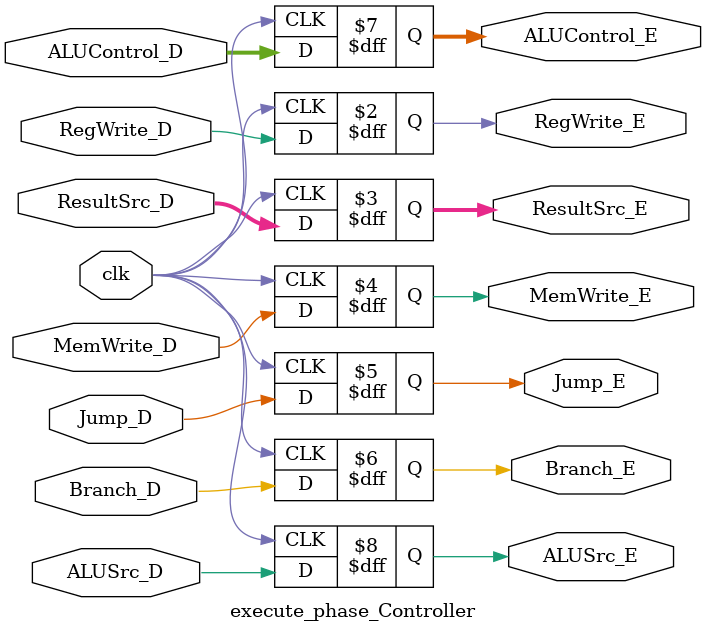
<source format=sv>
module execute_phase_Controller (
    input logic        clk,
    input logic        RegWrite_D,
    input logic [1:0]  ResultSrc_D,
    input logic        MemWrite_D,
    input logic        Jump_D,
    input logic        Branch_D,
    input logic [3:0]  ALUControl_D,
    input logic        ALUSrc_D,
    output logic       RegWrite_E,
    output logic[1:0]  ResultSrc_E,
    output logic       MemWrite_E,
    output logic       Jump_E,
    output logic       Branch_E,
    output logic [3:0] ALUControl_E,
    output logic       ALUSrc_E
);
   always_ff @(posedge clk)
      begin
        RegWrite_E <= RegWrite_D;
        ResultSrc_E <= ResultSrc_D;
        MemWrite_E <= MemWrite_D;
        Jump_E <= Jump_D;
        Branch_E <= Branch_D;
        ALUControl_E <= ALUControl_D;
        ALUSrc_E <= ALUSrc_D;
      end
endmodule

</source>
